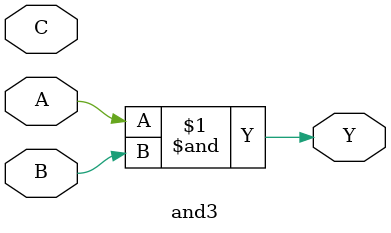
<source format=v>

module and3 (output Y, input A, B, C);

and(Y,A,B,);

endmodule
</source>
